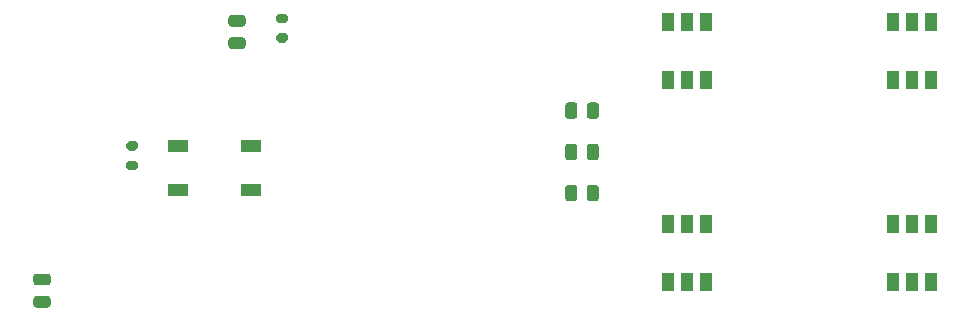
<source format=gbr>
%TF.GenerationSoftware,KiCad,Pcbnew,(5.1.7)-1*%
%TF.CreationDate,2020-11-19T15:51:39+01:00*%
%TF.ProjectId,Notifier,4e6f7469-6669-4657-922e-6b696361645f,rev?*%
%TF.SameCoordinates,Original*%
%TF.FileFunction,Paste,Top*%
%TF.FilePolarity,Positive*%
%FSLAX46Y46*%
G04 Gerber Fmt 4.6, Leading zero omitted, Abs format (unit mm)*
G04 Created by KiCad (PCBNEW (5.1.7)-1) date 2020-11-19 15:51:39*
%MOMM*%
%LPD*%
G01*
G04 APERTURE LIST*
%ADD10R,1.000000X1.500000*%
%ADD11R,1.800000X1.100000*%
G04 APERTURE END LIST*
%TO.C,C1*%
G36*
G01*
X53180000Y-134490000D02*
X52230000Y-134490000D01*
G75*
G02*
X51980000Y-134240000I0J250000D01*
G01*
X51980000Y-133740000D01*
G75*
G02*
X52230000Y-133490000I250000J0D01*
G01*
X53180000Y-133490000D01*
G75*
G02*
X53430000Y-133740000I0J-250000D01*
G01*
X53430000Y-134240000D01*
G75*
G02*
X53180000Y-134490000I-250000J0D01*
G01*
G37*
G36*
G01*
X53180000Y-136390000D02*
X52230000Y-136390000D01*
G75*
G02*
X51980000Y-136140000I0J250000D01*
G01*
X51980000Y-135640000D01*
G75*
G02*
X52230000Y-135390000I250000J0D01*
G01*
X53180000Y-135390000D01*
G75*
G02*
X53430000Y-135640000I0J-250000D01*
G01*
X53430000Y-136140000D01*
G75*
G02*
X53180000Y-136390000I-250000J0D01*
G01*
G37*
%TD*%
D10*
%TO.C,D1*%
X92405000Y-134075000D03*
X90805000Y-134075000D03*
X89205000Y-134075000D03*
X92405000Y-138975000D03*
X90805000Y-138975000D03*
X89205000Y-138975000D03*
%TD*%
%TO.C,D4*%
X108255000Y-156120000D03*
X109855000Y-156120000D03*
X111455000Y-156120000D03*
X108255000Y-151220000D03*
X109855000Y-151220000D03*
X111455000Y-151220000D03*
%TD*%
%TO.C,D2*%
X89205000Y-156120000D03*
X90805000Y-156120000D03*
X92405000Y-156120000D03*
X89205000Y-151220000D03*
X90805000Y-151220000D03*
X92405000Y-151220000D03*
%TD*%
%TO.C,D3*%
X111455000Y-134075000D03*
X109855000Y-134075000D03*
X108255000Y-134075000D03*
X111455000Y-138975000D03*
X109855000Y-138975000D03*
X108255000Y-138975000D03*
%TD*%
D11*
%TO.C,SW1*%
X53900000Y-148290000D03*
X47700000Y-148290000D03*
X53900000Y-144590000D03*
X47700000Y-144590000D03*
%TD*%
%TO.C,R_red*%
G36*
G01*
X81515000Y-141154999D02*
X81515000Y-142055001D01*
G75*
G02*
X81265001Y-142305000I-249999J0D01*
G01*
X80739999Y-142305000D01*
G75*
G02*
X80490000Y-142055001I0J249999D01*
G01*
X80490000Y-141154999D01*
G75*
G02*
X80739999Y-140905000I249999J0D01*
G01*
X81265001Y-140905000D01*
G75*
G02*
X81515000Y-141154999I0J-249999D01*
G01*
G37*
G36*
G01*
X83340000Y-141154999D02*
X83340000Y-142055001D01*
G75*
G02*
X83090001Y-142305000I-249999J0D01*
G01*
X82564999Y-142305000D01*
G75*
G02*
X82315000Y-142055001I0J249999D01*
G01*
X82315000Y-141154999D01*
G75*
G02*
X82564999Y-140905000I249999J0D01*
G01*
X83090001Y-140905000D01*
G75*
G02*
X83340000Y-141154999I0J-249999D01*
G01*
G37*
%TD*%
%TO.C,R_pu*%
G36*
G01*
X56240000Y-135045000D02*
X56790000Y-135045000D01*
G75*
G02*
X56990000Y-135245000I0J-200000D01*
G01*
X56990000Y-135645000D01*
G75*
G02*
X56790000Y-135845000I-200000J0D01*
G01*
X56240000Y-135845000D01*
G75*
G02*
X56040000Y-135645000I0J200000D01*
G01*
X56040000Y-135245000D01*
G75*
G02*
X56240000Y-135045000I200000J0D01*
G01*
G37*
G36*
G01*
X56240000Y-133395000D02*
X56790000Y-133395000D01*
G75*
G02*
X56990000Y-133595000I0J-200000D01*
G01*
X56990000Y-133995000D01*
G75*
G02*
X56790000Y-134195000I-200000J0D01*
G01*
X56240000Y-134195000D01*
G75*
G02*
X56040000Y-133995000I0J200000D01*
G01*
X56040000Y-133595000D01*
G75*
G02*
X56240000Y-133395000I200000J0D01*
G01*
G37*
%TD*%
%TO.C,R_pd*%
G36*
G01*
X43540000Y-145840000D02*
X44090000Y-145840000D01*
G75*
G02*
X44290000Y-146040000I0J-200000D01*
G01*
X44290000Y-146440000D01*
G75*
G02*
X44090000Y-146640000I-200000J0D01*
G01*
X43540000Y-146640000D01*
G75*
G02*
X43340000Y-146440000I0J200000D01*
G01*
X43340000Y-146040000D01*
G75*
G02*
X43540000Y-145840000I200000J0D01*
G01*
G37*
G36*
G01*
X43540000Y-144190000D02*
X44090000Y-144190000D01*
G75*
G02*
X44290000Y-144390000I0J-200000D01*
G01*
X44290000Y-144790000D01*
G75*
G02*
X44090000Y-144990000I-200000J0D01*
G01*
X43540000Y-144990000D01*
G75*
G02*
X43340000Y-144790000I0J200000D01*
G01*
X43340000Y-144390000D01*
G75*
G02*
X43540000Y-144190000I200000J0D01*
G01*
G37*
%TD*%
%TO.C,R_green*%
G36*
G01*
X81515000Y-144647499D02*
X81515000Y-145547501D01*
G75*
G02*
X81265001Y-145797500I-249999J0D01*
G01*
X80739999Y-145797500D01*
G75*
G02*
X80490000Y-145547501I0J249999D01*
G01*
X80490000Y-144647499D01*
G75*
G02*
X80739999Y-144397500I249999J0D01*
G01*
X81265001Y-144397500D01*
G75*
G02*
X81515000Y-144647499I0J-249999D01*
G01*
G37*
G36*
G01*
X83340000Y-144647499D02*
X83340000Y-145547501D01*
G75*
G02*
X83090001Y-145797500I-249999J0D01*
G01*
X82564999Y-145797500D01*
G75*
G02*
X82315000Y-145547501I0J249999D01*
G01*
X82315000Y-144647499D01*
G75*
G02*
X82564999Y-144397500I249999J0D01*
G01*
X83090001Y-144397500D01*
G75*
G02*
X83340000Y-144647499I0J-249999D01*
G01*
G37*
%TD*%
%TO.C,R_blue*%
G36*
G01*
X81515000Y-148139999D02*
X81515000Y-149040001D01*
G75*
G02*
X81265001Y-149290000I-249999J0D01*
G01*
X80739999Y-149290000D01*
G75*
G02*
X80490000Y-149040001I0J249999D01*
G01*
X80490000Y-148139999D01*
G75*
G02*
X80739999Y-147890000I249999J0D01*
G01*
X81265001Y-147890000D01*
G75*
G02*
X81515000Y-148139999I0J-249999D01*
G01*
G37*
G36*
G01*
X83340000Y-148139999D02*
X83340000Y-149040001D01*
G75*
G02*
X83090001Y-149290000I-249999J0D01*
G01*
X82564999Y-149290000D01*
G75*
G02*
X82315000Y-149040001I0J249999D01*
G01*
X82315000Y-148139999D01*
G75*
G02*
X82564999Y-147890000I249999J0D01*
G01*
X83090001Y-147890000D01*
G75*
G02*
X83340000Y-148139999I0J-249999D01*
G01*
G37*
%TD*%
%TO.C,C2*%
G36*
G01*
X36670000Y-156395000D02*
X35720000Y-156395000D01*
G75*
G02*
X35470000Y-156145000I0J250000D01*
G01*
X35470000Y-155645000D01*
G75*
G02*
X35720000Y-155395000I250000J0D01*
G01*
X36670000Y-155395000D01*
G75*
G02*
X36920000Y-155645000I0J-250000D01*
G01*
X36920000Y-156145000D01*
G75*
G02*
X36670000Y-156395000I-250000J0D01*
G01*
G37*
G36*
G01*
X36670000Y-158295000D02*
X35720000Y-158295000D01*
G75*
G02*
X35470000Y-158045000I0J250000D01*
G01*
X35470000Y-157545000D01*
G75*
G02*
X35720000Y-157295000I250000J0D01*
G01*
X36670000Y-157295000D01*
G75*
G02*
X36920000Y-157545000I0J-250000D01*
G01*
X36920000Y-158045000D01*
G75*
G02*
X36670000Y-158295000I-250000J0D01*
G01*
G37*
%TD*%
M02*

</source>
